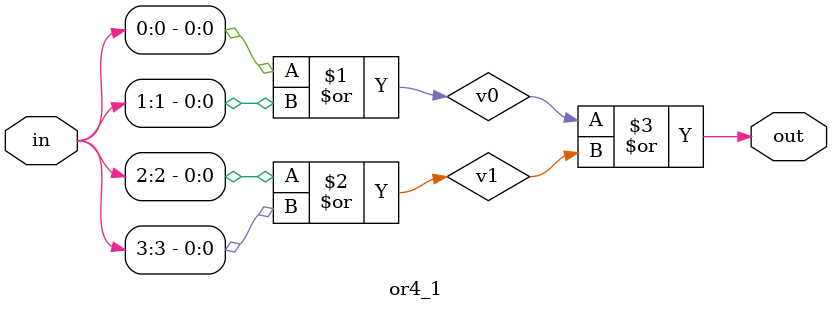
<source format=sv>


`timescale 1ns/10ps
module zero_check (in, out);
	input  logic [63:0] in;
	output logic out;
	
	logic not_zero;
	
	or64_1 or_gate (.in, .out(not_zero));
	
	not #10 (out, not_zero);

endmodule  // zero_check


module or64_1(
    output logic out,
    input  logic [63:0] in
);

    logic v0, v1, v2, v3;
    or16_1 or0 (.out(v0), .in(in[15:0]));
    or16_1 or1 (.out(v1), .in(in[31:16]));
    or16_1 or2 (.out(v2), .in(in[47:32]));
    or16_1 or3 (.out(v3), .in(in[63:48]));
    or4_1 or4 (.out(out), .in({v0, v1, v2, v3}));

endmodule  // or64_1

module or32_1(
    output logic out,
    input  logic [31:0] in
);

    logic v0, v1;
    or16_1 or0 (.out(v0), .in(in[15:0]));
    or16_1 or1 (.out(v1), .in(in[31:16]));
    or #10 (out, v0, v1);

endmodule  // or32_1



module or16_1(
    output logic out,
    input  logic [15:0] in
);
    
        logic v0, v1, v2, v3;
        or4_1 or0 (.out(v0), .in({in[0], in[1], in[2], in[3]}));
        or4_1 or1 (.out(v1), .in({in[4], in[5], in[6], in[7]}));
        or4_1 or2 (.out(v2), .in({in[8], in[9], in[10], in[11]}));
        or4_1 or3 (.out(v3), .in({in[12], in[13], in[14], in[15]}));
        or4_1 or4 (.out(out), .in({v0, v1, v2, v3}));

endmodule  // or16_1


module or4_1 (
    output logic out,
    input  logic [3:0] in
);

    logic v0, v1;
    or #10 (v0, in[0], in[1]);
    or #10 (v1, in[2], in[3]);
    or #10 (out, v0, v1);

endmodule  // or4_1
</source>
